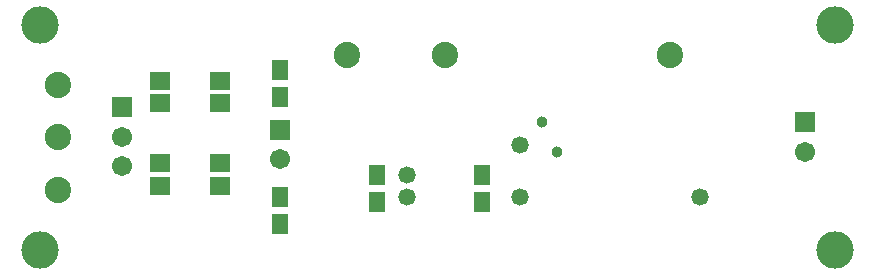
<source format=gbr>
G04 DipTrace 3.3.1.3*
G04 BottomMask.gbr*
%MOIN*%
G04 #@! TF.FileFunction,Soldermask,Bot*
G04 #@! TF.Part,Single*
%ADD37C,0.125*%
%ADD41C,0.03788*%
%ADD43C,0.05788*%
%ADD51C,0.06725*%
%ADD53R,0.06725X0.06725*%
%ADD57R,0.066935X0.059061*%
%ADD59R,0.05788X0.06788*%
%ADD63C,0.08788*%
%FSLAX26Y26*%
G04*
G70*
G90*
G75*
G01*
G04 BotMask*
%LPD*%
D43*
X1325000Y275000D3*
Y350000D3*
X1700000Y450000D3*
Y275000D3*
D41*
X1775000Y525000D3*
X1825000Y425000D3*
D43*
X2300000Y275000D3*
D63*
X162500Y300000D3*
X2200000Y750000D3*
D59*
X1575000Y350000D3*
Y260000D3*
X1225000Y350000D3*
Y260000D3*
D57*
X700000Y662402D3*
Y587598D3*
X500000Y662402D3*
Y587598D3*
Y387402D3*
Y312598D3*
X700000Y387402D3*
Y312598D3*
D59*
X900000Y700000D3*
Y610000D3*
Y275000D3*
Y185000D3*
D63*
X1450000Y750000D3*
X162500Y475000D3*
D37*
X2750000Y850000D3*
Y100000D3*
X100000Y850000D3*
Y100000D3*
D53*
X900000Y500000D3*
D51*
Y401575D3*
D53*
X2650000Y525000D3*
D51*
Y426575D3*
D53*
X375000Y575000D3*
D51*
Y476575D3*
Y378150D3*
D63*
X1125000Y750000D3*
X162500Y650000D3*
M02*

</source>
